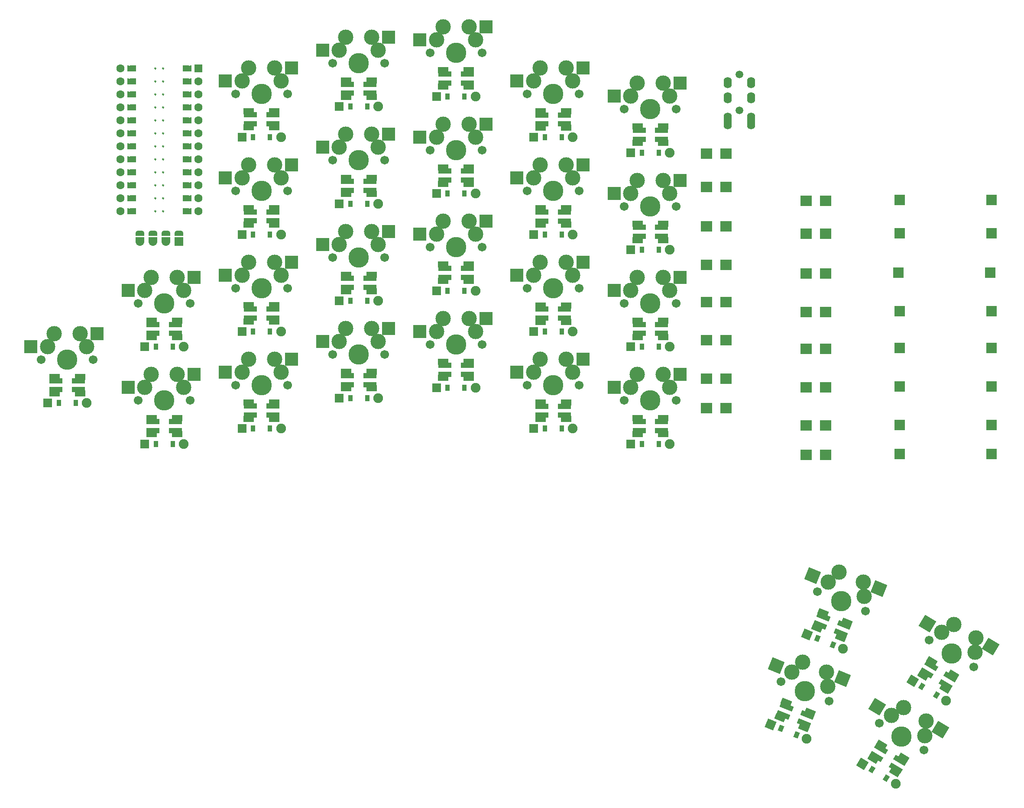
<source format=gbr>
%TF.GenerationSoftware,KiCad,Pcbnew,6.0.10-86aedd382b~118~ubuntu22.04.1*%
%TF.CreationDate,2023-01-31T17:25:27-07:00*%
%TF.ProjectId,scaarix_flow,73636161-7269-4785-9f66-6c6f772e6b69,v1.0.0*%
%TF.SameCoordinates,Original*%
%TF.FileFunction,Soldermask,Bot*%
%TF.FilePolarity,Negative*%
%FSLAX46Y46*%
G04 Gerber Fmt 4.6, Leading zero omitted, Abs format (unit mm)*
G04 Created by KiCad (PCBNEW 6.0.10-86aedd382b~118~ubuntu22.04.1) date 2023-01-31 17:25:27*
%MOMM*%
%LPD*%
G01*
G04 APERTURE LIST*
G04 Aperture macros list*
%AMRotRect*
0 Rectangle, with rotation*
0 The origin of the aperture is its center*
0 $1 length*
0 $2 width*
0 $3 Rotation angle, in degrees counterclockwise*
0 Add horizontal line*
21,1,$1,$2,0,0,$3*%
%AMFreePoly0*
4,1,6,0.600000,0.200000,0.000000,-0.400000,-0.600000,0.200000,-0.600000,0.400000,0.600000,0.400000,0.600000,0.200000,0.600000,0.200000,$1*%
%AMFreePoly1*
4,1,6,0.600000,-0.250000,-0.600000,-0.250000,-0.600000,1.000000,0.000000,0.400000,0.600000,1.000000,0.600000,-0.250000,0.600000,-0.250000,$1*%
%AMFreePoly2*
4,1,22,0.500000,-0.850000,0.000000,-0.850000,0.000000,-0.845033,-0.079941,-0.843568,-0.215256,-0.801293,-0.333266,-0.722738,-0.424486,-0.614219,-0.481581,-0.484460,-0.499164,-0.350000,-0.500000,-0.350000,-0.500000,0.350000,-0.499164,0.350000,-0.499963,0.356109,-0.478152,0.496186,-0.417904,0.624511,-0.324060,0.730769,-0.204165,0.806417,-0.067858,0.845374,0.000000,0.844959,0.000000,0.850000,
0.500000,0.850000,0.500000,-0.850000,0.500000,-0.850000,$1*%
%AMFreePoly3*
4,1,20,-0.850000,0.850000,0.000000,0.850000,0.115358,0.842136,0.293503,0.797719,0.457955,0.716085,0.601041,0.601041,0.716085,0.457955,0.797719,0.293503,0.842136,0.115358,0.850000,0.000000,0.842136,-0.115358,0.797719,-0.293503,0.716085,-0.457955,0.601041,-0.601041,0.457955,-0.716085,0.293503,-0.797719,0.115358,-0.842136,0.000000,-0.850000,-0.850000,-0.850000,-0.850000,0.850000,
-0.850000,0.850000,$1*%
G04 Aperture macros list end*
%ADD10C,0.250000*%
%ADD11C,0.100000*%
%ADD12R,0.900000X1.200000*%
%ADD13R,1.778000X1.778000*%
%ADD14C,1.905000*%
%ADD15RotRect,1.778000X1.778000X329.000000*%
%ADD16RotRect,0.900000X1.200000X329.000000*%
%ADD17C,3.000000*%
%ADD18C,1.701800*%
%ADD19C,3.987800*%
%ADD20R,2.550000X2.500000*%
%ADD21RotRect,1.778000X1.778000X338.000000*%
%ADD22RotRect,0.900000X1.200000X338.000000*%
%ADD23RotRect,2.550000X2.500000X338.000000*%
%ADD24R,1.600000X1.600000*%
%ADD25C,1.600000*%
%ADD26FreePoly0,270.000000*%
%ADD27FreePoly0,90.000000*%
%ADD28FreePoly1,90.000000*%
%ADD29FreePoly1,270.000000*%
%ADD30C,1.500000*%
%ADD31O,1.600000X2.200000*%
%ADD32FreePoly2,270.000000*%
%ADD33R,1.700000X1.700000*%
%ADD34FreePoly3,270.000000*%
%ADD35R,2.000000X2.000000*%
%ADD36RotRect,2.550000X2.500000X329.000000*%
%ADD37R,2.600000X1.000000*%
%ADD38R,2.000000X1.200000*%
%ADD39R,2.200000X2.000000*%
%ADD40RotRect,2.600000X1.000000X158.000000*%
%ADD41RotRect,2.000000X1.200000X158.000000*%
%ADD42RotRect,2.600000X1.000000X149.000000*%
%ADD43RotRect,2.000000X1.200000X149.000000*%
G04 APERTURE END LIST*
D10*
%TO.C,MCU1*%
X148463000Y-70110000D02*
G75*
G03*
X148463000Y-70110000I-125000J0D01*
G01*
X148463000Y-67570000D02*
G75*
G03*
X148463000Y-67570000I-125000J0D01*
G01*
X149987000Y-57410000D02*
G75*
G03*
X149987000Y-57410000I-125000J0D01*
G01*
X148463000Y-80270000D02*
G75*
G03*
X148463000Y-80270000I-125000J0D01*
G01*
X148463000Y-59950000D02*
G75*
G03*
X148463000Y-59950000I-125000J0D01*
G01*
X148463000Y-57410000D02*
G75*
G03*
X148463000Y-57410000I-125000J0D01*
G01*
X148463000Y-65030000D02*
G75*
G03*
X148463000Y-65030000I-125000J0D01*
G01*
X149987000Y-75190000D02*
G75*
G03*
X149987000Y-75190000I-125000J0D01*
G01*
X148463000Y-72650000D02*
G75*
G03*
X148463000Y-72650000I-125000J0D01*
G01*
X148463000Y-52330000D02*
G75*
G03*
X148463000Y-52330000I-125000J0D01*
G01*
X149987000Y-54870000D02*
G75*
G03*
X149987000Y-54870000I-125000J0D01*
G01*
X149987000Y-72650000D02*
G75*
G03*
X149987000Y-72650000I-125000J0D01*
G01*
X149987000Y-59950000D02*
G75*
G03*
X149987000Y-59950000I-125000J0D01*
G01*
X149987000Y-52330000D02*
G75*
G03*
X149987000Y-52330000I-125000J0D01*
G01*
X149987000Y-77730000D02*
G75*
G03*
X149987000Y-77730000I-125000J0D01*
G01*
X149987000Y-65030000D02*
G75*
G03*
X149987000Y-65030000I-125000J0D01*
G01*
X148463000Y-54870000D02*
G75*
G03*
X148463000Y-54870000I-125000J0D01*
G01*
X148463000Y-62490000D02*
G75*
G03*
X148463000Y-62490000I-125000J0D01*
G01*
X149987000Y-67570000D02*
G75*
G03*
X149987000Y-67570000I-125000J0D01*
G01*
X149987000Y-80270000D02*
G75*
G03*
X149987000Y-80270000I-125000J0D01*
G01*
X148463000Y-75190000D02*
G75*
G03*
X148463000Y-75190000I-125000J0D01*
G01*
X149987000Y-62490000D02*
G75*
G03*
X149987000Y-62490000I-125000J0D01*
G01*
X148463000Y-77730000D02*
G75*
G03*
X148463000Y-77730000I-125000J0D01*
G01*
X149987000Y-70110000D02*
G75*
G03*
X149987000Y-70110000I-125000J0D01*
G01*
G36*
X144020000Y-70618000D02*
G01*
X143004000Y-70618000D01*
X143004000Y-69602000D01*
X144020000Y-69602000D01*
X144020000Y-70618000D01*
G37*
D11*
X144020000Y-70618000D02*
X143004000Y-70618000D01*
X143004000Y-69602000D01*
X144020000Y-69602000D01*
X144020000Y-70618000D01*
G36*
X144020000Y-52838000D02*
G01*
X143004000Y-52838000D01*
X143004000Y-51822000D01*
X144020000Y-51822000D01*
X144020000Y-52838000D01*
G37*
X144020000Y-52838000D02*
X143004000Y-52838000D01*
X143004000Y-51822000D01*
X144020000Y-51822000D01*
X144020000Y-52838000D01*
G36*
X155196000Y-70618000D02*
G01*
X154180000Y-70618000D01*
X154180000Y-69602000D01*
X155196000Y-69602000D01*
X155196000Y-70618000D01*
G37*
X155196000Y-70618000D02*
X154180000Y-70618000D01*
X154180000Y-69602000D01*
X155196000Y-69602000D01*
X155196000Y-70618000D01*
G36*
X144020000Y-62998000D02*
G01*
X143004000Y-62998000D01*
X143004000Y-61982000D01*
X144020000Y-61982000D01*
X144020000Y-62998000D01*
G37*
X144020000Y-62998000D02*
X143004000Y-62998000D01*
X143004000Y-61982000D01*
X144020000Y-61982000D01*
X144020000Y-62998000D01*
G36*
X144020000Y-55378000D02*
G01*
X143004000Y-55378000D01*
X143004000Y-54362000D01*
X144020000Y-54362000D01*
X144020000Y-55378000D01*
G37*
X144020000Y-55378000D02*
X143004000Y-55378000D01*
X143004000Y-54362000D01*
X144020000Y-54362000D01*
X144020000Y-55378000D01*
G36*
X155196000Y-62998000D02*
G01*
X154180000Y-62998000D01*
X154180000Y-61982000D01*
X155196000Y-61982000D01*
X155196000Y-62998000D01*
G37*
X155196000Y-62998000D02*
X154180000Y-62998000D01*
X154180000Y-61982000D01*
X155196000Y-61982000D01*
X155196000Y-62998000D01*
G36*
X144020000Y-78238000D02*
G01*
X143004000Y-78238000D01*
X143004000Y-77222000D01*
X144020000Y-77222000D01*
X144020000Y-78238000D01*
G37*
X144020000Y-78238000D02*
X143004000Y-78238000D01*
X143004000Y-77222000D01*
X144020000Y-77222000D01*
X144020000Y-78238000D01*
G36*
X155196000Y-60458000D02*
G01*
X154180000Y-60458000D01*
X154180000Y-59442000D01*
X155196000Y-59442000D01*
X155196000Y-60458000D01*
G37*
X155196000Y-60458000D02*
X154180000Y-60458000D01*
X154180000Y-59442000D01*
X155196000Y-59442000D01*
X155196000Y-60458000D01*
G36*
X155196000Y-78238000D02*
G01*
X154180000Y-78238000D01*
X154180000Y-77222000D01*
X155196000Y-77222000D01*
X155196000Y-78238000D01*
G37*
X155196000Y-78238000D02*
X154180000Y-78238000D01*
X154180000Y-77222000D01*
X155196000Y-77222000D01*
X155196000Y-78238000D01*
G36*
X144020000Y-57918000D02*
G01*
X143004000Y-57918000D01*
X143004000Y-56902000D01*
X144020000Y-56902000D01*
X144020000Y-57918000D01*
G37*
X144020000Y-57918000D02*
X143004000Y-57918000D01*
X143004000Y-56902000D01*
X144020000Y-56902000D01*
X144020000Y-57918000D01*
G36*
X155196000Y-55378000D02*
G01*
X154180000Y-55378000D01*
X154180000Y-54362000D01*
X155196000Y-54362000D01*
X155196000Y-55378000D01*
G37*
X155196000Y-55378000D02*
X154180000Y-55378000D01*
X154180000Y-54362000D01*
X155196000Y-54362000D01*
X155196000Y-55378000D01*
G36*
X155196000Y-73158000D02*
G01*
X154180000Y-73158000D01*
X154180000Y-72142000D01*
X155196000Y-72142000D01*
X155196000Y-73158000D01*
G37*
X155196000Y-73158000D02*
X154180000Y-73158000D01*
X154180000Y-72142000D01*
X155196000Y-72142000D01*
X155196000Y-73158000D01*
G36*
X144020000Y-80778000D02*
G01*
X143004000Y-80778000D01*
X143004000Y-79762000D01*
X144020000Y-79762000D01*
X144020000Y-80778000D01*
G37*
X144020000Y-80778000D02*
X143004000Y-80778000D01*
X143004000Y-79762000D01*
X144020000Y-79762000D01*
X144020000Y-80778000D01*
G36*
X155196000Y-65538000D02*
G01*
X154180000Y-65538000D01*
X154180000Y-64522000D01*
X155196000Y-64522000D01*
X155196000Y-65538000D01*
G37*
X155196000Y-65538000D02*
X154180000Y-65538000D01*
X154180000Y-64522000D01*
X155196000Y-64522000D01*
X155196000Y-65538000D01*
G36*
X144020000Y-65538000D02*
G01*
X143004000Y-65538000D01*
X143004000Y-64522000D01*
X144020000Y-64522000D01*
X144020000Y-65538000D01*
G37*
X144020000Y-65538000D02*
X143004000Y-65538000D01*
X143004000Y-64522000D01*
X144020000Y-64522000D01*
X144020000Y-65538000D01*
G36*
X155196000Y-80778000D02*
G01*
X154180000Y-80778000D01*
X154180000Y-79762000D01*
X155196000Y-79762000D01*
X155196000Y-80778000D01*
G37*
X155196000Y-80778000D02*
X154180000Y-80778000D01*
X154180000Y-79762000D01*
X155196000Y-79762000D01*
X155196000Y-80778000D01*
G36*
X155196000Y-75698000D02*
G01*
X154180000Y-75698000D01*
X154180000Y-74682000D01*
X155196000Y-74682000D01*
X155196000Y-75698000D01*
G37*
X155196000Y-75698000D02*
X154180000Y-75698000D01*
X154180000Y-74682000D01*
X155196000Y-74682000D01*
X155196000Y-75698000D01*
G36*
X144020000Y-68078000D02*
G01*
X143004000Y-68078000D01*
X143004000Y-67062000D01*
X144020000Y-67062000D01*
X144020000Y-68078000D01*
G37*
X144020000Y-68078000D02*
X143004000Y-68078000D01*
X143004000Y-67062000D01*
X144020000Y-67062000D01*
X144020000Y-68078000D01*
G36*
X144020000Y-73158000D02*
G01*
X143004000Y-73158000D01*
X143004000Y-72142000D01*
X144020000Y-72142000D01*
X144020000Y-73158000D01*
G37*
X144020000Y-73158000D02*
X143004000Y-73158000D01*
X143004000Y-72142000D01*
X144020000Y-72142000D01*
X144020000Y-73158000D01*
G36*
X155196000Y-68078000D02*
G01*
X154180000Y-68078000D01*
X154180000Y-67062000D01*
X155196000Y-67062000D01*
X155196000Y-68078000D01*
G37*
X155196000Y-68078000D02*
X154180000Y-68078000D01*
X154180000Y-67062000D01*
X155196000Y-67062000D01*
X155196000Y-68078000D01*
G36*
X155196000Y-52838000D02*
G01*
X154180000Y-52838000D01*
X154180000Y-51822000D01*
X155196000Y-51822000D01*
X155196000Y-52838000D01*
G37*
X155196000Y-52838000D02*
X154180000Y-52838000D01*
X154180000Y-51822000D01*
X155196000Y-51822000D01*
X155196000Y-52838000D01*
G36*
X144020000Y-60458000D02*
G01*
X143004000Y-60458000D01*
X143004000Y-59442000D01*
X144020000Y-59442000D01*
X144020000Y-60458000D01*
G37*
X144020000Y-60458000D02*
X143004000Y-60458000D01*
X143004000Y-59442000D01*
X144020000Y-59442000D01*
X144020000Y-60458000D01*
G36*
X155196000Y-57918000D02*
G01*
X154180000Y-57918000D01*
X154180000Y-56902000D01*
X155196000Y-56902000D01*
X155196000Y-57918000D01*
G37*
X155196000Y-57918000D02*
X154180000Y-57918000D01*
X154180000Y-56902000D01*
X155196000Y-56902000D01*
X155196000Y-57918000D01*
G36*
X144020000Y-75698000D02*
G01*
X143004000Y-75698000D01*
X143004000Y-74682000D01*
X144020000Y-74682000D01*
X144020000Y-75698000D01*
G37*
X144020000Y-75698000D02*
X143004000Y-75698000D01*
X143004000Y-74682000D01*
X144020000Y-74682000D01*
X144020000Y-75698000D01*
%TD*%
D12*
%TO.C,D6*%
X167450000Y-84800000D03*
D13*
X165290000Y-84800000D03*
D14*
X172910000Y-84800000D03*
D12*
X170750000Y-84800000D03*
%TD*%
%TO.C,D9*%
X186450000Y-97800000D03*
D13*
X184290000Y-97800000D03*
D14*
X191910000Y-97800000D03*
D12*
X189750000Y-97800000D03*
%TD*%
D15*
%TO.C,D27*%
X296327893Y-172089405D03*
D16*
X298179374Y-173201887D03*
X301008026Y-174901513D03*
D14*
X302859507Y-176013995D03*
%TD*%
D17*
%TO.C,S15*%
X210910000Y-46760000D03*
D18*
X212180000Y-49300000D03*
X202020000Y-49300000D03*
D19*
X207100000Y-49300000D03*
D17*
X209640000Y-44220000D03*
X203290000Y-46760000D03*
X204560000Y-44220000D03*
D20*
X200015000Y-46760000D03*
X212942000Y-44220000D03*
%TD*%
D17*
%TO.C,S10*%
X185560000Y-65220000D03*
D19*
X188100000Y-70300000D03*
D17*
X191910000Y-67760000D03*
D18*
X183020000Y-70300000D03*
X193180000Y-70300000D03*
D17*
X184290000Y-67760000D03*
X190640000Y-65220000D03*
D20*
X181015000Y-67760000D03*
X193942000Y-65220000D03*
%TD*%
D17*
%TO.C,S3*%
X153910000Y-95760000D03*
X146290000Y-95760000D03*
X147560000Y-93220000D03*
D18*
X155180000Y-98300000D03*
X145020000Y-98300000D03*
D19*
X150100000Y-98300000D03*
D17*
X152640000Y-93220000D03*
D20*
X143015000Y-95760000D03*
X155942000Y-93220000D03*
%TD*%
D17*
%TO.C,S22*%
X248910000Y-76760000D03*
D18*
X250180000Y-79300000D03*
D19*
X245100000Y-79300000D03*
D17*
X241290000Y-76760000D03*
X242560000Y-74220000D03*
D18*
X240020000Y-79300000D03*
D17*
X247640000Y-74220000D03*
D20*
X238015000Y-76760000D03*
X250942000Y-74220000D03*
%TD*%
D17*
%TO.C,S20*%
X241290000Y-114760000D03*
X242560000Y-112220000D03*
X248910000Y-114760000D03*
D18*
X250180000Y-117300000D03*
D17*
X247640000Y-112220000D03*
D19*
X245100000Y-117300000D03*
D18*
X240020000Y-117300000D03*
D20*
X238015000Y-114760000D03*
X250942000Y-112220000D03*
%TD*%
D13*
%TO.C,D19*%
X222290000Y-65800000D03*
D12*
X224450000Y-65800000D03*
X227750000Y-65800000D03*
D14*
X229910000Y-65800000D03*
%TD*%
D17*
%TO.C,S16*%
X228640000Y-109220000D03*
X223560000Y-109220000D03*
D18*
X221020000Y-114300000D03*
D17*
X222290000Y-111760000D03*
D19*
X226100000Y-114300000D03*
D18*
X231180000Y-114300000D03*
D17*
X229910000Y-111760000D03*
D20*
X219015000Y-111760000D03*
X231942000Y-109220000D03*
%TD*%
D21*
%TO.C,D25*%
X275700830Y-163024949D03*
D22*
X277703547Y-163834099D03*
X280763253Y-165070301D03*
D14*
X282765970Y-165879451D03*
%TD*%
D18*
%TO.C,S9*%
X183020000Y-89300000D03*
D17*
X184290000Y-86760000D03*
D19*
X188100000Y-89300000D03*
D17*
X185560000Y-84220000D03*
X191910000Y-86760000D03*
X190640000Y-84220000D03*
D18*
X193180000Y-89300000D03*
D20*
X181015000Y-86760000D03*
X193942000Y-84220000D03*
%TD*%
D13*
%TO.C,D3*%
X146290000Y-106800000D03*
D12*
X148450000Y-106800000D03*
X151750000Y-106800000D03*
D14*
X153910000Y-106800000D03*
%TD*%
D17*
%TO.C,S19*%
X223560000Y-52220000D03*
X222290000Y-54760000D03*
X228640000Y-52220000D03*
D19*
X226100000Y-57300000D03*
D18*
X231180000Y-57300000D03*
X221020000Y-57300000D03*
D17*
X229910000Y-54760000D03*
D20*
X219015000Y-54760000D03*
X231942000Y-52220000D03*
%TD*%
D12*
%TO.C,D14*%
X205450000Y-76800000D03*
D13*
X203290000Y-76800000D03*
D12*
X208750000Y-76800000D03*
D14*
X210910000Y-76800000D03*
%TD*%
D12*
%TO.C,D17*%
X224450000Y-103800000D03*
D13*
X222290000Y-103800000D03*
D14*
X229910000Y-103800000D03*
D12*
X227750000Y-103800000D03*
%TD*%
D13*
%TO.C,D8*%
X184290000Y-116800000D03*
D12*
X186450000Y-116800000D03*
D14*
X191910000Y-116800000D03*
D12*
X189750000Y-116800000D03*
%TD*%
D17*
%TO.C,S4*%
X172910000Y-111760000D03*
D19*
X169100000Y-114300000D03*
D18*
X164020000Y-114300000D03*
D17*
X171640000Y-109220000D03*
X165290000Y-111760000D03*
D18*
X174180000Y-114300000D03*
D17*
X166560000Y-109220000D03*
D20*
X162015000Y-111760000D03*
X174942000Y-109220000D03*
%TD*%
D13*
%TO.C,D1*%
X127290000Y-117800000D03*
D12*
X129450000Y-117800000D03*
X132750000Y-117800000D03*
D14*
X134910000Y-117800000D03*
%TD*%
D13*
%TO.C,D22*%
X241290000Y-87800000D03*
D12*
X243450000Y-87800000D03*
D14*
X248910000Y-87800000D03*
D12*
X246750000Y-87800000D03*
%TD*%
D17*
%TO.C,S11*%
X185560000Y-46220000D03*
D18*
X183020000Y-51300000D03*
D17*
X184290000Y-48760000D03*
D18*
X193180000Y-51300000D03*
D19*
X188100000Y-51300000D03*
D17*
X191910000Y-48760000D03*
X190640000Y-46220000D03*
D20*
X181015000Y-48760000D03*
X193942000Y-46220000D03*
%TD*%
D12*
%TO.C,D16*%
X224450000Y-122800000D03*
D13*
X222290000Y-122800000D03*
D14*
X229910000Y-122800000D03*
D12*
X227750000Y-122800000D03*
%TD*%
D17*
%TO.C,S25*%
X279836430Y-152788802D03*
X281965455Y-150909505D03*
D19*
X282417500Y-156571100D03*
D17*
X286901571Y-155643304D03*
X286675548Y-152812507D03*
D18*
X277707406Y-154668099D03*
X287127594Y-158474101D03*
D23*
X276799903Y-151561965D03*
X289737110Y-154049458D03*
%TD*%
D24*
%TO.C,MCU1*%
X156720000Y-52330000D03*
D25*
X141480000Y-77730000D03*
D26*
X154942000Y-65030000D03*
X154942000Y-54870000D03*
D27*
X143258000Y-57410000D03*
D26*
X154942000Y-52330000D03*
D25*
X156720000Y-80270000D03*
D26*
X154942000Y-57410000D03*
X154942000Y-59950000D03*
D27*
X143258000Y-62490000D03*
D25*
X141480000Y-62490000D03*
D27*
X143258000Y-80270000D03*
D26*
X154942000Y-72650000D03*
D25*
X141480000Y-72650000D03*
X156720000Y-65030000D03*
X156720000Y-67570000D03*
X141480000Y-52330000D03*
D27*
X143258000Y-75190000D03*
D25*
X156720000Y-62490000D03*
D26*
X154942000Y-67570000D03*
D25*
X141480000Y-75190000D03*
X141480000Y-59950000D03*
D27*
X143258000Y-52330000D03*
D26*
X154942000Y-77730000D03*
X154942000Y-80270000D03*
D25*
X156720000Y-57410000D03*
D26*
X154942000Y-75190000D03*
D27*
X143258000Y-72650000D03*
D26*
X154942000Y-70110000D03*
D25*
X156720000Y-54870000D03*
X156720000Y-59950000D03*
X156720000Y-70110000D03*
D27*
X143258000Y-77730000D03*
X143258000Y-70110000D03*
D25*
X141480000Y-70110000D03*
X141480000Y-57410000D03*
D27*
X143258000Y-59950000D03*
X143258000Y-65030000D03*
X143258000Y-67570000D03*
D25*
X156720000Y-52330000D03*
X141480000Y-67570000D03*
X156720000Y-72650000D03*
X156720000Y-75190000D03*
X141480000Y-65030000D03*
D27*
X143258000Y-54870000D03*
D25*
X156720000Y-77730000D03*
D26*
X154942000Y-62490000D03*
D25*
X141480000Y-54870000D03*
X141480000Y-80270000D03*
D28*
X144274000Y-52330000D03*
X144274000Y-54870000D03*
X144274000Y-57410000D03*
X144274000Y-59950000D03*
X144274000Y-62490000D03*
X144274000Y-65030000D03*
X144274000Y-67570000D03*
X144274000Y-70110000D03*
X144274000Y-72650000D03*
X144274000Y-75190000D03*
X144274000Y-77730000D03*
X144274000Y-80270000D03*
D29*
X153926000Y-80270000D03*
X153926000Y-77730000D03*
X153926000Y-75190000D03*
X153926000Y-72650000D03*
X153926000Y-70110000D03*
X153926000Y-67570000D03*
X153926000Y-65030000D03*
X153926000Y-62490000D03*
X153926000Y-59950000D03*
X153926000Y-57410000D03*
X153926000Y-54870000D03*
X153926000Y-52330000D03*
%TD*%
D13*
%TO.C,D4*%
X165290000Y-122800000D03*
D12*
X167450000Y-122800000D03*
X170750000Y-122800000D03*
D14*
X172910000Y-122800000D03*
%TD*%
D17*
%TO.C,S23*%
X241290000Y-57760000D03*
D18*
X240020000Y-60300000D03*
D19*
X245100000Y-60300000D03*
D18*
X250180000Y-60300000D03*
D17*
X242560000Y-55220000D03*
X247640000Y-55220000D03*
X248910000Y-57760000D03*
D20*
X238015000Y-57760000D03*
X250942000Y-55220000D03*
%TD*%
D30*
%TO.C,TRRS*%
X262500000Y-60500000D03*
X262500000Y-53500000D03*
D31*
X260200000Y-63200000D03*
X264800000Y-63200000D03*
X260200000Y-62100000D03*
X264800000Y-62100000D03*
X260200000Y-58100000D03*
X264800000Y-58100000D03*
X260200000Y-55100000D03*
X264800000Y-55100000D03*
%TD*%
D13*
%TO.C,D15*%
X203290000Y-57800000D03*
D12*
X205450000Y-57800000D03*
D14*
X210910000Y-57800000D03*
D12*
X208750000Y-57800000D03*
%TD*%
D32*
%TO.C,OLED1*%
X145280000Y-84549000D03*
X147820000Y-84549000D03*
X150360000Y-84549000D03*
X152900000Y-84549000D03*
D33*
X152900000Y-86200000D03*
D34*
X150360000Y-86200000D03*
X147820000Y-86200000D03*
X145280000Y-86200000D03*
%TD*%
D13*
%TO.C,D20*%
X241290000Y-125800000D03*
D12*
X243450000Y-125800000D03*
X246750000Y-125800000D03*
D14*
X248910000Y-125800000D03*
%TD*%
D17*
%TO.C,S21*%
X248910000Y-95760000D03*
D18*
X250180000Y-98300000D03*
D17*
X247640000Y-93220000D03*
D19*
X245100000Y-98300000D03*
D18*
X240020000Y-98300000D03*
D17*
X241290000Y-95760000D03*
X242560000Y-93220000D03*
D20*
X238015000Y-95760000D03*
X250942000Y-93220000D03*
%TD*%
D17*
%TO.C,S2*%
X146290000Y-114760000D03*
D18*
X145020000Y-117300000D03*
D19*
X150100000Y-117300000D03*
D17*
X153910000Y-114760000D03*
X147560000Y-112220000D03*
D18*
X155180000Y-117300000D03*
D17*
X152640000Y-112220000D03*
D20*
X143015000Y-114760000D03*
X155942000Y-112220000D03*
%TD*%
D13*
%TO.C,D2*%
X146290000Y-125800000D03*
D12*
X148450000Y-125800000D03*
X151750000Y-125800000D03*
D14*
X153910000Y-125800000D03*
%TD*%
D18*
%TO.C,S8*%
X193180000Y-108300000D03*
D17*
X191910000Y-105760000D03*
D19*
X188100000Y-108300000D03*
D17*
X185560000Y-103220000D03*
X190640000Y-103220000D03*
X184290000Y-105760000D03*
D18*
X183020000Y-108300000D03*
D20*
X181015000Y-105760000D03*
X193942000Y-103220000D03*
%TD*%
D12*
%TO.C,D5*%
X167450000Y-103800000D03*
D13*
X165290000Y-103800000D03*
D14*
X172910000Y-103800000D03*
D12*
X170750000Y-103800000D03*
%TD*%
D17*
%TO.C,S13*%
X204560000Y-82220000D03*
D18*
X202020000Y-87300000D03*
D19*
X207100000Y-87300000D03*
D17*
X209640000Y-82220000D03*
D18*
X212180000Y-87300000D03*
D17*
X210910000Y-84760000D03*
X203290000Y-84760000D03*
D20*
X200015000Y-84760000D03*
X212942000Y-82220000D03*
%TD*%
D13*
%TO.C,D7*%
X165290000Y-65800000D03*
D12*
X167450000Y-65800000D03*
X170750000Y-65800000D03*
D14*
X172910000Y-65800000D03*
%TD*%
D18*
%TO.C,S1*%
X136180000Y-109300000D03*
X126020000Y-109300000D03*
D17*
X133640000Y-104220000D03*
X127290000Y-106760000D03*
D19*
X131100000Y-109300000D03*
D17*
X134910000Y-106760000D03*
X128560000Y-104220000D03*
D20*
X124015000Y-106760000D03*
X136942000Y-104220000D03*
%TD*%
D12*
%TO.C,D13*%
X205450000Y-95800000D03*
D13*
X203290000Y-95800000D03*
D14*
X210910000Y-95800000D03*
D12*
X208750000Y-95800000D03*
%TD*%
D18*
%TO.C,S5*%
X174180000Y-95300000D03*
D17*
X172910000Y-92760000D03*
D18*
X164020000Y-95300000D03*
D17*
X165290000Y-92760000D03*
X166560000Y-90220000D03*
X171640000Y-90220000D03*
D19*
X169100000Y-95300000D03*
D20*
X162015000Y-92760000D03*
X174942000Y-90220000D03*
%TD*%
D16*
%TO.C,D26*%
X288393674Y-189487987D03*
D15*
X286542193Y-188375505D03*
D14*
X293073807Y-192300095D03*
D16*
X291222326Y-191187613D03*
%TD*%
D35*
%TO.C,J3*%
X293800000Y-78050000D03*
X293800000Y-84550000D03*
X293550000Y-92300000D03*
X293800000Y-99800000D03*
X293800000Y-107050000D03*
X293800000Y-114550000D03*
X293800000Y-122050000D03*
X293800000Y-127800000D03*
%TD*%
D12*
%TO.C,D18*%
X224450000Y-84800000D03*
D13*
X222290000Y-84800000D03*
D14*
X229910000Y-84800000D03*
D12*
X227750000Y-84800000D03*
%TD*%
D17*
%TO.C,S27*%
X308545504Y-166550790D03*
D18*
X299617090Y-164149307D03*
X308325910Y-169382093D03*
D17*
X308765098Y-163719487D03*
X302013889Y-162626200D03*
X304410688Y-161103093D03*
D19*
X303971500Y-166765700D03*
D36*
X299206666Y-160939450D03*
X311595465Y-165420143D03*
%TD*%
D17*
%TO.C,S6*%
X166560000Y-71220000D03*
X165290000Y-73760000D03*
D18*
X174180000Y-76300000D03*
D17*
X172910000Y-73760000D03*
D19*
X169100000Y-76300000D03*
D18*
X164020000Y-76300000D03*
D17*
X171640000Y-71220000D03*
D20*
X162015000Y-73760000D03*
X174942000Y-71220000D03*
%TD*%
D35*
%TO.C,J4*%
X311800000Y-78050000D03*
X311800000Y-84550000D03*
X311550000Y-92300000D03*
X311800000Y-99800000D03*
X311800000Y-107050000D03*
X311800000Y-114550000D03*
X311800000Y-122050000D03*
X311800000Y-127800000D03*
%TD*%
D18*
%TO.C,S12*%
X212180000Y-106300000D03*
D17*
X209640000Y-101220000D03*
X204560000Y-101220000D03*
X203290000Y-103760000D03*
D18*
X202020000Y-106300000D03*
D19*
X207100000Y-106300000D03*
D17*
X210910000Y-103760000D03*
D20*
X200015000Y-103760000D03*
X212942000Y-101220000D03*
%TD*%
D17*
%TO.C,S7*%
X172910000Y-54760000D03*
X166560000Y-52220000D03*
D18*
X174180000Y-57300000D03*
X164020000Y-57300000D03*
D19*
X169100000Y-57300000D03*
D17*
X165290000Y-54760000D03*
X171640000Y-52220000D03*
D20*
X162015000Y-54760000D03*
X174942000Y-52220000D03*
%TD*%
D18*
%TO.C,S14*%
X212180000Y-68300000D03*
X202020000Y-68300000D03*
D17*
X210910000Y-65760000D03*
D19*
X207100000Y-68300000D03*
D17*
X203290000Y-65760000D03*
X209640000Y-63220000D03*
X204560000Y-63220000D03*
D20*
X200015000Y-65760000D03*
X212942000Y-63220000D03*
%TD*%
D18*
%TO.C,S18*%
X221020000Y-76300000D03*
D17*
X228640000Y-71220000D03*
D18*
X231180000Y-76300000D03*
D17*
X229910000Y-73760000D03*
X222290000Y-73760000D03*
D19*
X226100000Y-76300000D03*
D17*
X223560000Y-71220000D03*
D20*
X219015000Y-73760000D03*
X231942000Y-71220000D03*
%TD*%
D12*
%TO.C,D21*%
X243450000Y-106800000D03*
D13*
X241290000Y-106800000D03*
D14*
X248910000Y-106800000D03*
D12*
X246750000Y-106800000D03*
%TD*%
D13*
%TO.C,D11*%
X184290000Y-59800000D03*
D12*
X186450000Y-59800000D03*
D14*
X191910000Y-59800000D03*
D12*
X189750000Y-59800000D03*
%TD*%
D19*
%TO.C,S17*%
X226100000Y-95300000D03*
D17*
X228640000Y-90220000D03*
X222290000Y-92760000D03*
X223560000Y-90220000D03*
D18*
X231180000Y-95300000D03*
X221020000Y-95300000D03*
D17*
X229910000Y-92760000D03*
D20*
X219015000Y-92760000D03*
X231942000Y-90220000D03*
%TD*%
D22*
%TO.C,D24*%
X270585947Y-181450499D03*
D21*
X268583230Y-180641349D03*
D22*
X273645653Y-182686701D03*
D14*
X275648370Y-183495851D03*
%TD*%
D17*
%TO.C,S24*%
X279558048Y-170429007D03*
X272718930Y-170405302D03*
D18*
X280010094Y-176090601D03*
D19*
X275300000Y-174187600D03*
D17*
X279784071Y-173259804D03*
X274847955Y-168526005D03*
D18*
X270589906Y-172284599D03*
D23*
X269682403Y-169178465D03*
X282619610Y-171665958D03*
%TD*%
D13*
%TO.C,D10*%
X184290000Y-78800000D03*
D12*
X186450000Y-78800000D03*
D14*
X191910000Y-78800000D03*
D12*
X189750000Y-78800000D03*
%TD*%
D18*
%TO.C,S26*%
X298540210Y-185668293D03*
D17*
X298979398Y-180005687D03*
D18*
X289831390Y-180435507D03*
D17*
X294624988Y-177389293D03*
X292228189Y-178912400D03*
X298759804Y-182836990D03*
D19*
X294185800Y-183051900D03*
D36*
X289420966Y-177225650D03*
X301809765Y-181706343D03*
%TD*%
D13*
%TO.C,D23*%
X241290000Y-68800000D03*
D12*
X243450000Y-68800000D03*
D14*
X248910000Y-68800000D03*
D12*
X246750000Y-68800000D03*
%TD*%
%TO.C,D12*%
X205450000Y-114800000D03*
D13*
X203290000Y-114800000D03*
D12*
X208750000Y-114800000D03*
D14*
X210910000Y-114800000D03*
%TD*%
D37*
%TO.C,LED37*%
X190300000Y-74425000D03*
X190300000Y-76175000D03*
X185900000Y-76175000D03*
X185900000Y-74425000D03*
D38*
X190600000Y-73700000D03*
X190600000Y-76900000D03*
X185600000Y-76900000D03*
X185600000Y-73700000D03*
%TD*%
D37*
%TO.C,LED29*%
X152300000Y-121425000D03*
X152300000Y-123175000D03*
X147900000Y-123175000D03*
X147900000Y-121425000D03*
D38*
X152600000Y-120700000D03*
X152600000Y-123900000D03*
X147600000Y-123900000D03*
X147600000Y-120700000D03*
%TD*%
D37*
%TO.C,LED41*%
X209300000Y-72425000D03*
X209300000Y-74175000D03*
X204900000Y-74175000D03*
X204900000Y-72425000D03*
D38*
X209600000Y-71700000D03*
X209600000Y-74900000D03*
X204600000Y-74900000D03*
X204600000Y-71700000D03*
%TD*%
D37*
%TO.C,LED31*%
X171300000Y-118400000D03*
X171300000Y-120150000D03*
X166900000Y-120150000D03*
X166900000Y-118400000D03*
D38*
X171600000Y-117675000D03*
X171600000Y-120875000D03*
X166600000Y-120875000D03*
X166600000Y-117675000D03*
%TD*%
D37*
%TO.C,LED43*%
X228300000Y-118425000D03*
X228300000Y-120175000D03*
X223900000Y-120175000D03*
X223900000Y-118425000D03*
D38*
X228600000Y-117700000D03*
X228600000Y-120900000D03*
X223600000Y-120900000D03*
X223600000Y-117700000D03*
%TD*%
D37*
%TO.C,LED39*%
X209300000Y-110425000D03*
X209300000Y-112175000D03*
X204900000Y-112175000D03*
X204900000Y-110425000D03*
D38*
X209600000Y-109700000D03*
X209600000Y-112900000D03*
X204600000Y-112900000D03*
X204600000Y-109700000D03*
%TD*%
D37*
%TO.C,LED36*%
X190300000Y-93425000D03*
X190300000Y-95175000D03*
X185900000Y-95175000D03*
X185900000Y-93425000D03*
D38*
X190600000Y-92700000D03*
X190600000Y-95900000D03*
X185600000Y-95900000D03*
X185600000Y-92700000D03*
%TD*%
D37*
%TO.C,LED47*%
X247300000Y-121425000D03*
X247300000Y-123175000D03*
X242900000Y-123175000D03*
X242900000Y-121425000D03*
D38*
X247600000Y-120700000D03*
X247600000Y-123900000D03*
X242600000Y-123900000D03*
X242600000Y-120700000D03*
%TD*%
D37*
%TO.C,LED38*%
X190300000Y-55425000D03*
X190300000Y-57175000D03*
X185900000Y-57175000D03*
X185900000Y-55425000D03*
D38*
X190600000Y-54700000D03*
X190600000Y-57900000D03*
X185600000Y-57900000D03*
X185600000Y-54700000D03*
%TD*%
D37*
%TO.C,LED42*%
X209300000Y-53425000D03*
X209300000Y-55175000D03*
X204900000Y-55175000D03*
X204900000Y-53425000D03*
D38*
X209600000Y-52700000D03*
X209600000Y-55900000D03*
X204600000Y-55900000D03*
X204600000Y-52700000D03*
%TD*%
D39*
%TO.C,J2*%
X279350000Y-78200000D03*
X275550000Y-78200000D03*
X279350000Y-84700000D03*
X275550000Y-84700000D03*
X279350000Y-92450000D03*
X275550000Y-92450000D03*
X279350000Y-99950000D03*
X275550000Y-99950000D03*
X279350000Y-107200000D03*
X275550000Y-107200000D03*
X275550000Y-114700000D03*
X279350000Y-114700000D03*
X275550000Y-122200000D03*
X279350000Y-122200000D03*
X279350000Y-127950000D03*
X275550000Y-127950000D03*
%TD*%
D37*
%TO.C,LED50*%
X247300000Y-64425000D03*
X247300000Y-66175000D03*
X242900000Y-66175000D03*
X242900000Y-64425000D03*
D38*
X247600000Y-63700000D03*
X247600000Y-66900000D03*
X242600000Y-66900000D03*
X242600000Y-63700000D03*
%TD*%
D37*
%TO.C,LED28*%
X133300000Y-113425000D03*
X133300000Y-115175000D03*
X128900000Y-115175000D03*
X128900000Y-113425000D03*
D38*
X133600000Y-112700000D03*
X133600000Y-115900000D03*
X128600000Y-115900000D03*
X128600000Y-112700000D03*
%TD*%
D37*
%TO.C,LED40*%
X209300000Y-91425000D03*
X209300000Y-93175000D03*
X204900000Y-93175000D03*
X204900000Y-91425000D03*
D38*
X209600000Y-90700000D03*
X209600000Y-93900000D03*
X204600000Y-93900000D03*
X204600000Y-90700000D03*
%TD*%
D37*
%TO.C,LED35*%
X190300000Y-112425000D03*
X190300000Y-114175000D03*
X185900000Y-114175000D03*
X185900000Y-112425000D03*
D38*
X190600000Y-111700000D03*
X190600000Y-114900000D03*
X185600000Y-114900000D03*
X185600000Y-111700000D03*
%TD*%
D37*
%TO.C,LED34*%
X171300000Y-61400000D03*
X171300000Y-63150000D03*
X166900000Y-63150000D03*
X166900000Y-61400000D03*
D38*
X171600000Y-60675000D03*
X171600000Y-63875000D03*
X166600000Y-63875000D03*
X166600000Y-60675000D03*
%TD*%
D37*
%TO.C,LED44*%
X228300000Y-99425000D03*
X228300000Y-101175000D03*
X223900000Y-101175000D03*
X223900000Y-99425000D03*
D38*
X228600000Y-98700000D03*
X228600000Y-101900000D03*
X223600000Y-101900000D03*
X223600000Y-98700000D03*
%TD*%
D40*
%TO.C,LED52*%
X282967585Y-161225349D03*
X282312024Y-162847920D03*
X278232415Y-161199651D03*
X278887976Y-159577080D03*
D41*
X283517330Y-160665522D03*
X282318589Y-163632511D03*
X277682670Y-161759478D03*
X278881411Y-158792489D03*
%TD*%
D40*
%TO.C,LED51*%
X275767585Y-178825349D03*
X275112024Y-180447920D03*
X271032415Y-178799651D03*
X271687976Y-177177080D03*
D41*
X276317330Y-178265522D03*
X275118589Y-181232511D03*
X270482670Y-179359478D03*
X271681411Y-176392489D03*
%TD*%
D37*
%TO.C,LED30*%
X152300000Y-102425000D03*
X152300000Y-104175000D03*
X147900000Y-104175000D03*
X147900000Y-102425000D03*
D38*
X152600000Y-101700000D03*
X152600000Y-104900000D03*
X147600000Y-104900000D03*
X147600000Y-101700000D03*
%TD*%
D37*
%TO.C,LED46*%
X228300000Y-61425000D03*
X228300000Y-63175000D03*
X223900000Y-63175000D03*
X223900000Y-61425000D03*
D38*
X228600000Y-60700000D03*
X228600000Y-63900000D03*
X223600000Y-63900000D03*
X223600000Y-60700000D03*
%TD*%
D42*
%TO.C,LED54*%
X303736426Y-171395562D03*
X302835110Y-172895605D03*
X299063574Y-170629438D03*
X299964890Y-169129395D03*
D43*
X304366979Y-170928628D03*
X302718857Y-173671563D03*
X298433021Y-171096372D03*
X300081143Y-168353437D03*
%TD*%
D37*
%TO.C,LED32*%
X171300000Y-99400000D03*
X171300000Y-101150000D03*
X166900000Y-101150000D03*
X166900000Y-99400000D03*
D38*
X171600000Y-98675000D03*
X171600000Y-101875000D03*
X166600000Y-101875000D03*
X166600000Y-98675000D03*
%TD*%
D37*
%TO.C,LED49*%
X247300000Y-83425000D03*
X247300000Y-85175000D03*
X242900000Y-85175000D03*
X242900000Y-83425000D03*
D38*
X247600000Y-82700000D03*
X247600000Y-85900000D03*
X242600000Y-85900000D03*
X242600000Y-82700000D03*
%TD*%
D37*
%TO.C,LED33*%
X171300000Y-80400000D03*
X171300000Y-82150000D03*
X166900000Y-82150000D03*
X166900000Y-80400000D03*
D38*
X171600000Y-79675000D03*
X171600000Y-82875000D03*
X166600000Y-82875000D03*
X166600000Y-79675000D03*
%TD*%
D42*
%TO.C,LED53*%
X293936426Y-187695562D03*
X293035110Y-189195605D03*
X289263574Y-186929438D03*
X290164890Y-185429395D03*
D43*
X294566979Y-187228628D03*
X292918857Y-189971563D03*
X288633021Y-187396372D03*
X290281143Y-184653437D03*
%TD*%
D37*
%TO.C,LED48*%
X247300000Y-102425000D03*
X247300000Y-104175000D03*
X242900000Y-104175000D03*
X242900000Y-102425000D03*
D38*
X247600000Y-101700000D03*
X247600000Y-104900000D03*
X242600000Y-104900000D03*
X242600000Y-101700000D03*
%TD*%
D37*
%TO.C,LED45*%
X228300000Y-80425000D03*
X228300000Y-82175000D03*
X223900000Y-82175000D03*
X223900000Y-80425000D03*
D38*
X228600000Y-79700000D03*
X228600000Y-82900000D03*
X223600000Y-82900000D03*
X223600000Y-79700000D03*
%TD*%
D39*
%TO.C,J1*%
X256100000Y-69000000D03*
X259900000Y-69000000D03*
X259900000Y-75500000D03*
X256100000Y-75500000D03*
X256100000Y-83250000D03*
X259900000Y-83250000D03*
X259900000Y-90750000D03*
X256100000Y-90750000D03*
X259900000Y-98000000D03*
X256100000Y-98000000D03*
X256100000Y-105500000D03*
X259900000Y-105500000D03*
X259900000Y-113000000D03*
X256100000Y-113000000D03*
X256100000Y-118750000D03*
X259900000Y-118750000D03*
%TD*%
M02*

</source>
